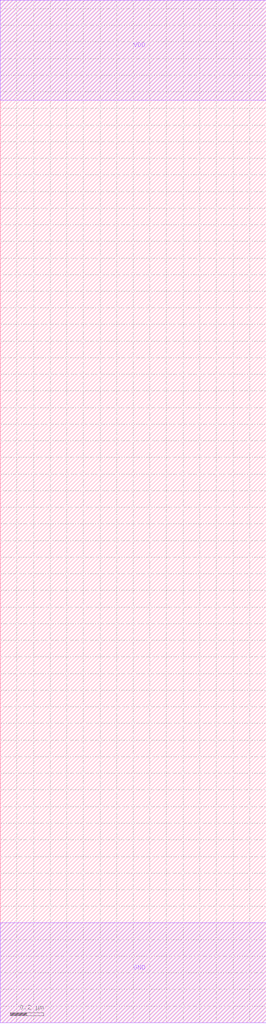
<source format=lef>
VERSION 5.7 ;
BUSBITCHARS "[]" ;
DIVIDERCHAR "/" ;

MACRO gf180mcu_osu_sc_9T_fill_16
  CLASS CORE ;
  ORIGIN 0 0 ;
  FOREIGN gf180mcu_osu_sc_9T_fill_16 0 0 ;
  SIZE 1.6 BY 6.15 ;
  SYMMETRY X Y ;
  SITE 9T ;
  PIN GND
    DIRECTION INPUT ;
    USE SIGNAL ;
    PORT
      LAYER MET1 ;
        RECT 0 0 1.6 0.6 ;
    END
  END GND
  PIN VDD
    DIRECTION INOUT ;
    USE POWER ;
    SHAPE ABUTMENT ;
    PORT
      LAYER MET1 ;
        RECT 0 5.55 1.6 6.15 ;
    END
  END VDD
END gf180mcu_osu_sc_9T_fill_16

</source>
